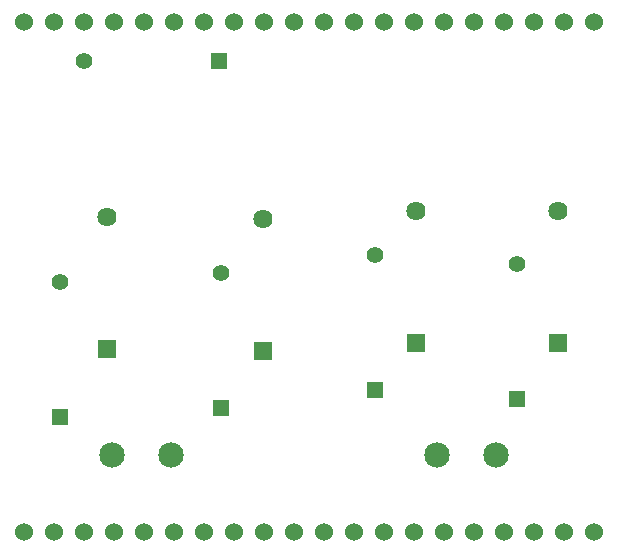
<source format=gbr>
%TF.GenerationSoftware,KiCad,Pcbnew,8.0.8*%
%TF.CreationDate,2025-03-10T22:00:58-04:00*%
%TF.ProjectId,PWM Module 2.0,50574d20-4d6f-4647-956c-6520322e302e,rev?*%
%TF.SameCoordinates,Original*%
%TF.FileFunction,Soldermask,Bot*%
%TF.FilePolarity,Negative*%
%FSLAX46Y46*%
G04 Gerber Fmt 4.6, Leading zero omitted, Abs format (unit mm)*
G04 Created by KiCad (PCBNEW 8.0.8) date 2025-03-10 22:00:58*
%MOMM*%
%LPD*%
G01*
G04 APERTURE LIST*
%ADD10C,2.154000*%
%ADD11R,1.625600X1.625600*%
%ADD12C,1.625600*%
%ADD13C,1.524000*%
%ADD14R,1.397000X1.397000*%
%ADD15C,1.397000*%
G04 APERTURE END LIST*
D10*
%TO.C,J3*%
X187400000Y-62100000D03*
X192400000Y-62100000D03*
%TD*%
D11*
%TO.C,D4*%
X159441500Y-53076000D03*
D12*
X159441500Y-41900000D03*
%TD*%
D11*
%TO.C,D1*%
X185640000Y-52576000D03*
D12*
X185640000Y-41400000D03*
%TD*%
D13*
%TO.C,J5*%
X152400000Y-25400000D03*
X154940000Y-25400000D03*
X157480000Y-25400000D03*
X160020000Y-25400000D03*
X162560000Y-25400000D03*
X165100000Y-25400000D03*
X167640000Y-25400000D03*
X170180000Y-25400000D03*
X172720000Y-25400000D03*
X175260000Y-25400000D03*
X177800000Y-25400000D03*
X180340000Y-25400000D03*
X182880000Y-25400000D03*
X185420000Y-25400000D03*
X187960000Y-25400000D03*
X190500000Y-25400000D03*
X193040000Y-25400000D03*
X195580000Y-25400000D03*
X198120000Y-25400000D03*
X200660000Y-25400000D03*
%TD*%
D14*
%TO.C,R5*%
X168965000Y-28750000D03*
D15*
X157535000Y-28750000D03*
%TD*%
D10*
%TO.C,J2*%
X159900000Y-62100000D03*
X164900000Y-62100000D03*
%TD*%
D11*
%TO.C,D3*%
X197640000Y-52576000D03*
D12*
X197640000Y-41400000D03*
%TD*%
D14*
%TO.C,R3*%
X194140000Y-57330000D03*
D15*
X194140000Y-45900000D03*
%TD*%
D14*
%TO.C,R1*%
X182140000Y-56615000D03*
D15*
X182140000Y-45185000D03*
%TD*%
D14*
%TO.C,R4*%
X155441500Y-58830000D03*
D15*
X155441500Y-47400000D03*
%TD*%
D14*
%TO.C,R2*%
X169140000Y-58115000D03*
D15*
X169140000Y-46685000D03*
%TD*%
D11*
%TO.C,D2*%
X172640000Y-53289500D03*
D12*
X172640000Y-42113500D03*
%TD*%
D13*
%TO.C,J5*%
X152400000Y-68580000D03*
X154940000Y-68580000D03*
X157480000Y-68580000D03*
X160020000Y-68580000D03*
X162560000Y-68580000D03*
X165100000Y-68580000D03*
X167640000Y-68580000D03*
X170180000Y-68580000D03*
X172720000Y-68580000D03*
X175260000Y-68580000D03*
X177800000Y-68580000D03*
X180340000Y-68580000D03*
X182880000Y-68580000D03*
X185420000Y-68580000D03*
X187960000Y-68580000D03*
X190500000Y-68580000D03*
X193040000Y-68580000D03*
X195580000Y-68580000D03*
X198120000Y-68580000D03*
X200660000Y-68580000D03*
%TD*%
M02*

</source>
